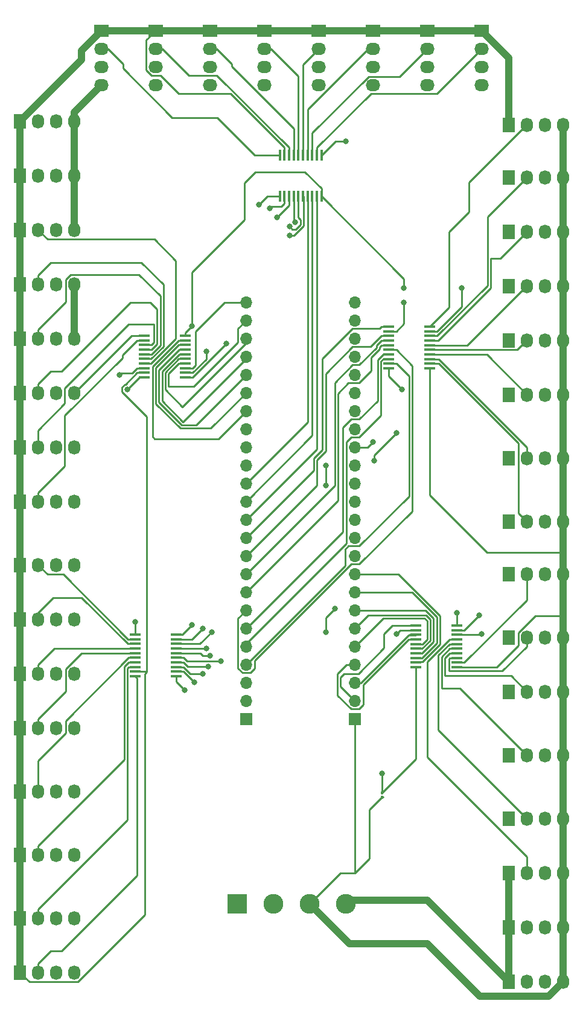
<source format=gbr>
%TF.GenerationSoftware,KiCad,Pcbnew,(5.1.8)-1*%
%TF.CreationDate,2021-02-28T20:57:03-06:00*%
%TF.ProjectId,CircuitBoard,43697263-7569-4744-926f-6172642e6b69,rev?*%
%TF.SameCoordinates,Original*%
%TF.FileFunction,Copper,L1,Top*%
%TF.FilePolarity,Positive*%
%FSLAX46Y46*%
G04 Gerber Fmt 4.6, Leading zero omitted, Abs format (unit mm)*
G04 Created by KiCad (PCBNEW (5.1.8)-1) date 2021-02-28 20:57:03*
%MOMM*%
%LPD*%
G01*
G04 APERTURE LIST*
%TA.AperFunction,SMDPad,CuDef*%
%ADD10R,1.570000X0.410000*%
%TD*%
%TA.AperFunction,SMDPad,CuDef*%
%ADD11R,0.410000X1.570000*%
%TD*%
%TA.AperFunction,ComponentPad*%
%ADD12C,2.780000*%
%TD*%
%TA.AperFunction,ComponentPad*%
%ADD13R,2.780000X2.780000*%
%TD*%
%TA.AperFunction,ComponentPad*%
%ADD14O,1.730000X2.030000*%
%TD*%
%TA.AperFunction,ComponentPad*%
%ADD15R,1.730000X2.030000*%
%TD*%
%TA.AperFunction,ComponentPad*%
%ADD16O,1.700000X1.700000*%
%TD*%
%TA.AperFunction,ComponentPad*%
%ADD17R,1.700000X1.700000*%
%TD*%
%TA.AperFunction,ComponentPad*%
%ADD18O,2.030000X1.730000*%
%TD*%
%TA.AperFunction,ComponentPad*%
%ADD19R,2.030000X1.730000*%
%TD*%
%TA.AperFunction,ViaPad*%
%ADD20C,0.800000*%
%TD*%
%TA.AperFunction,Conductor*%
%ADD21C,0.250000*%
%TD*%
%TA.AperFunction,Conductor*%
%ADD22C,1.016000*%
%TD*%
G04 APERTURE END LIST*
D10*
%TO.P,U5,20*%
%TO.N,Net-(J35-Pad2)*%
X105080000Y-95635000D03*
%TO.P,U5,19*%
%TO.N,Net-(J1-Pad1)*%
X105080000Y-94985000D03*
%TO.P,U5,18*%
%TO.N,Net-(J36-Pad2)*%
X105080000Y-94335000D03*
%TO.P,U5,17*%
%TO.N,Net-(J37-Pad2)*%
X105080000Y-93685000D03*
%TO.P,U5,16*%
%TO.N,Net-(J38-Pad2)*%
X105080000Y-93035000D03*
%TO.P,U5,15*%
%TO.N,Net-(J39-Pad2)*%
X105080000Y-92385000D03*
%TO.P,U5,14*%
%TO.N,Net-(J40-Pad2)*%
X105080000Y-91735000D03*
%TO.P,U5,13*%
%TO.N,Net-(J41-Pad2)*%
X105080000Y-91085000D03*
%TO.P,U5,12*%
%TO.N,Net-(J42-Pad2)*%
X105080000Y-90435000D03*
%TO.P,U5,11*%
%TO.N,Net-(J1-Pad4)*%
X105080000Y-89785000D03*
%TO.P,U5,10*%
%TO.N,Net-(R1-Pad2)*%
X110820000Y-89785000D03*
%TO.P,U5,9*%
%TO.N,Net-(J22-Pad18)*%
X110820000Y-90435000D03*
%TO.P,U5,8*%
%TO.N,Net-(J22-Pad19)*%
X110820000Y-91085000D03*
%TO.P,U5,7*%
%TO.N,Net-(J22-Pad20)*%
X110820000Y-91735000D03*
%TO.P,U5,6*%
%TO.N,Net-(J22-Pad21)*%
X110820000Y-92385000D03*
%TO.P,U5,5*%
%TO.N,Net-(J22-Pad22)*%
X110820000Y-93035000D03*
%TO.P,U5,4*%
%TO.N,Net-(J22-Pad23)*%
X110820000Y-93685000D03*
%TO.P,U5,3*%
%TO.N,Net-(J22-Pad24)*%
X110820000Y-94335000D03*
%TO.P,U5,2*%
%TO.N,Net-(J21-Pad15)*%
X110820000Y-94985000D03*
%TO.P,U5,1*%
%TO.N,Net-(J21-Pad24)*%
X110820000Y-95635000D03*
%TD*%
%TO.P,U4,20*%
%TO.N,Net-(J27-Pad2)*%
X103810000Y-137545000D03*
%TO.P,U4,19*%
%TO.N,Net-(J1-Pad1)*%
X103810000Y-136895000D03*
%TO.P,U4,18*%
%TO.N,Net-(J28-Pad2)*%
X103810000Y-136245000D03*
%TO.P,U4,17*%
%TO.N,Net-(J29-Pad2)*%
X103810000Y-135595000D03*
%TO.P,U4,16*%
%TO.N,Net-(J30-Pad2)*%
X103810000Y-134945000D03*
%TO.P,U4,15*%
%TO.N,Net-(J31-Pad2)*%
X103810000Y-134295000D03*
%TO.P,U4,14*%
%TO.N,Net-(J32-Pad2)*%
X103810000Y-133645000D03*
%TO.P,U4,13*%
%TO.N,Net-(J33-Pad2)*%
X103810000Y-132995000D03*
%TO.P,U4,12*%
%TO.N,Net-(J34-Pad2)*%
X103810000Y-132345000D03*
%TO.P,U4,11*%
%TO.N,Net-(J1-Pad4)*%
X103810000Y-131695000D03*
%TO.P,U4,10*%
%TO.N,Net-(R1-Pad2)*%
X109550000Y-131695000D03*
%TO.P,U4,9*%
%TO.N,Net-(J21-Pad23)*%
X109550000Y-132345000D03*
%TO.P,U4,8*%
%TO.N,Net-(J21-Pad22)*%
X109550000Y-132995000D03*
%TO.P,U4,7*%
%TO.N,Net-(J21-Pad21)*%
X109550000Y-133645000D03*
%TO.P,U4,6*%
%TO.N,Net-(J21-Pad20)*%
X109550000Y-134295000D03*
%TO.P,U4,5*%
%TO.N,Net-(J21-Pad19)*%
X109550000Y-134945000D03*
%TO.P,U4,4*%
%TO.N,Net-(J21-Pad18)*%
X109550000Y-135595000D03*
%TO.P,U4,3*%
%TO.N,Net-(J21-Pad17)*%
X109550000Y-136245000D03*
%TO.P,U4,2*%
%TO.N,Net-(J21-Pad15)*%
X109550000Y-136895000D03*
%TO.P,U4,1*%
%TO.N,Net-(J21-Pad16)*%
X109550000Y-137545000D03*
%TD*%
%TO.P,U3,20*%
%TO.N,Net-(J8-Pad2)*%
X145110000Y-88515000D03*
%TO.P,U3,19*%
%TO.N,Net-(J1-Pad1)*%
X145110000Y-89165000D03*
%TO.P,U3,18*%
%TO.N,Net-(J9-Pad2)*%
X145110000Y-89815000D03*
%TO.P,U3,17*%
%TO.N,Net-(J6-Pad2)*%
X145110000Y-90465000D03*
%TO.P,U3,16*%
%TO.N,Net-(J10-Pad2)*%
X145110000Y-91115000D03*
%TO.P,U3,15*%
%TO.N,Net-(J23-Pad2)*%
X145110000Y-91765000D03*
%TO.P,U3,14*%
%TO.N,Net-(J24-Pad2)*%
X145110000Y-92415000D03*
%TO.P,U3,13*%
%TO.N,Net-(J25-Pad2)*%
X145110000Y-93065000D03*
%TO.P,U3,12*%
%TO.N,Net-(J26-Pad2)*%
X145110000Y-93715000D03*
%TO.P,U3,11*%
%TO.N,Net-(J1-Pad4)*%
X145110000Y-94365000D03*
%TO.P,U3,10*%
%TO.N,Net-(R1-Pad2)*%
X139370000Y-94365000D03*
%TO.P,U3,9*%
%TO.N,Net-(J22-Pad4)*%
X139370000Y-93715000D03*
%TO.P,U3,8*%
%TO.N,Net-(J22-Pad5)*%
X139370000Y-93065000D03*
%TO.P,U3,7*%
%TO.N,Net-(J22-Pad6)*%
X139370000Y-92415000D03*
%TO.P,U3,6*%
%TO.N,Net-(J22-Pad7)*%
X139370000Y-91765000D03*
%TO.P,U3,5*%
%TO.N,Net-(J22-Pad8)*%
X139370000Y-91115000D03*
%TO.P,U3,4*%
%TO.N,Net-(J22-Pad9)*%
X139370000Y-90465000D03*
%TO.P,U3,3*%
%TO.N,Net-(J22-Pad10)*%
X139370000Y-89815000D03*
%TO.P,U3,2*%
%TO.N,Net-(J21-Pad15)*%
X139370000Y-89165000D03*
%TO.P,U3,1*%
%TO.N,Net-(J22-Pad11)*%
X139370000Y-88515000D03*
%TD*%
D11*
%TO.P,U2,20*%
%TO.N,Net-(J19-Pad2)*%
X124075000Y-64440000D03*
%TO.P,U2,19*%
%TO.N,Net-(J1-Pad1)*%
X124725000Y-64440000D03*
%TO.P,U2,18*%
%TO.N,Net-(J20-Pad2)*%
X125375000Y-64440000D03*
%TO.P,U2,17*%
%TO.N,Net-(J3-Pad2)*%
X126025000Y-64440000D03*
%TO.P,U2,16*%
%TO.N,Net-(J1-Pad2)*%
X126675000Y-64440000D03*
%TO.P,U2,15*%
%TO.N,Net-(J2-Pad2)*%
X127325000Y-64440000D03*
%TO.P,U2,14*%
%TO.N,Net-(J4-Pad2)*%
X127975000Y-64440000D03*
%TO.P,U2,13*%
%TO.N,Net-(J5-Pad2)*%
X128625000Y-64440000D03*
%TO.P,U2,12*%
%TO.N,Net-(J7-Pad2)*%
X129275000Y-64440000D03*
%TO.P,U2,11*%
%TO.N,Net-(J1-Pad4)*%
X129925000Y-64440000D03*
%TO.P,U2,10*%
%TO.N,Net-(R1-Pad2)*%
X129925000Y-70180000D03*
%TO.P,U2,9*%
%TO.N,Net-(J22-Pad12)*%
X129275000Y-70180000D03*
%TO.P,U2,8*%
%TO.N,Net-(J22-Pad13)*%
X128625000Y-70180000D03*
%TO.P,U2,7*%
%TO.N,Net-(J22-Pad14)*%
X127975000Y-70180000D03*
%TO.P,U2,6*%
%TO.N,Net-(J21-Pad14)*%
X127325000Y-70180000D03*
%TO.P,U2,5*%
%TO.N,Net-(J21-Pad13)*%
X126675000Y-70180000D03*
%TO.P,U2,4*%
%TO.N,Net-(J21-Pad12)*%
X126025000Y-70180000D03*
%TO.P,U2,3*%
%TO.N,Net-(J21-Pad11)*%
X125375000Y-70180000D03*
%TO.P,U2,2*%
%TO.N,Net-(J21-Pad15)*%
X124725000Y-70180000D03*
%TO.P,U2,1*%
%TO.N,Net-(J21-Pad10)*%
X124075000Y-70180000D03*
%TD*%
D10*
%TO.P,U1,20*%
%TO.N,Net-(J11-Pad2)*%
X148920000Y-130425000D03*
%TO.P,U1,19*%
%TO.N,Net-(J1-Pad1)*%
X148920000Y-131075000D03*
%TO.P,U1,18*%
%TO.N,Net-(J12-Pad2)*%
X148920000Y-131725000D03*
%TO.P,U1,17*%
%TO.N,Net-(J13-Pad2)*%
X148920000Y-132375000D03*
%TO.P,U1,16*%
%TO.N,Net-(J14-Pad2)*%
X148920000Y-133025000D03*
%TO.P,U1,15*%
%TO.N,Net-(J15-Pad2)*%
X148920000Y-133675000D03*
%TO.P,U1,14*%
%TO.N,Net-(J16-Pad2)*%
X148920000Y-134325000D03*
%TO.P,U1,13*%
%TO.N,Net-(J17-Pad2)*%
X148920000Y-134975000D03*
%TO.P,U1,12*%
%TO.N,Net-(J18-Pad2)*%
X148920000Y-135625000D03*
%TO.P,U1,11*%
%TO.N,Net-(J1-Pad4)*%
X148920000Y-136275000D03*
%TO.P,U1,10*%
%TO.N,Net-(R1-Pad2)*%
X143180000Y-136275000D03*
%TO.P,U1,9*%
%TO.N,Net-(J21-Pad9)*%
X143180000Y-135625000D03*
%TO.P,U1,8*%
%TO.N,Net-(J21-Pad8)*%
X143180000Y-134975000D03*
%TO.P,U1,7*%
%TO.N,Net-(J21-Pad7)*%
X143180000Y-134325000D03*
%TO.P,U1,6*%
%TO.N,Net-(J21-Pad6)*%
X143180000Y-133675000D03*
%TO.P,U1,5*%
%TO.N,Net-(J21-Pad5)*%
X143180000Y-133025000D03*
%TO.P,U1,4*%
%TO.N,Net-(J21-Pad4)*%
X143180000Y-132375000D03*
%TO.P,U1,3*%
%TO.N,Net-(J21-Pad3)*%
X143180000Y-131725000D03*
%TO.P,U1,2*%
%TO.N,Net-(J21-Pad15)*%
X143180000Y-131075000D03*
%TO.P,U1,1*%
%TO.N,Net-(J21-Pad2)*%
X143180000Y-130425000D03*
%TD*%
%TO.P,R1,2*%
%TO.N,Net-(R1-Pad2)*%
%TA.AperFunction,SMDPad,CuDef*%
G36*
G01*
X138530000Y-154088000D02*
X138330000Y-154088000D01*
G75*
G02*
X138230000Y-153988000I0J100000D01*
G01*
X138230000Y-153728000D01*
G75*
G02*
X138330000Y-153628000I100000J0D01*
G01*
X138530000Y-153628000D01*
G75*
G02*
X138630000Y-153728000I0J-100000D01*
G01*
X138630000Y-153988000D01*
G75*
G02*
X138530000Y-154088000I-100000J0D01*
G01*
G37*
%TD.AperFunction*%
%TO.P,R1,1*%
%TO.N,Net-(J1-Pad4)*%
%TA.AperFunction,SMDPad,CuDef*%
G36*
G01*
X138530000Y-154728000D02*
X138330000Y-154728000D01*
G75*
G02*
X138230000Y-154628000I0J100000D01*
G01*
X138230000Y-154368000D01*
G75*
G02*
X138330000Y-154268000I100000J0D01*
G01*
X138530000Y-154268000D01*
G75*
G02*
X138630000Y-154368000I0J-100000D01*
G01*
X138630000Y-154628000D01*
G75*
G02*
X138530000Y-154728000I-100000J0D01*
G01*
G37*
%TD.AperFunction*%
%TD*%
D12*
%TO.P,JMolex1,4*%
%TO.N,Net-(J1-Pad1)*%
X133350000Y-169418000D03*
%TO.P,JMolex1,3*%
%TO.N,Net-(J1-Pad4)*%
X128270000Y-169418000D03*
%TO.P,JMolex1,2*%
%TO.N,Net-(JMolex1-Pad2)*%
X123190000Y-169418000D03*
D13*
%TO.P,JMolex1,1*%
%TO.N,Net-(JMolex1-Pad1)*%
X118110000Y-169418000D03*
%TD*%
D14*
%TO.P,J42,4*%
%TO.N,Net-(J1-Pad4)*%
X95250000Y-113030000D03*
%TO.P,J42,3*%
%TO.N,Net-(J42-Pad3)*%
X92710000Y-113030000D03*
%TO.P,J42,2*%
%TO.N,Net-(J42-Pad2)*%
X90170000Y-113030000D03*
D15*
%TO.P,J42,1*%
%TO.N,Net-(J1-Pad1)*%
X87630000Y-113030000D03*
%TD*%
D14*
%TO.P,J41,4*%
%TO.N,Net-(J1-Pad4)*%
X95250000Y-105410000D03*
%TO.P,J41,3*%
%TO.N,Net-(J41-Pad3)*%
X92710000Y-105410000D03*
%TO.P,J41,2*%
%TO.N,Net-(J41-Pad2)*%
X90170000Y-105410000D03*
D15*
%TO.P,J41,1*%
%TO.N,Net-(J1-Pad1)*%
X87630000Y-105410000D03*
%TD*%
D14*
%TO.P,J40,4*%
%TO.N,Net-(J1-Pad4)*%
X95250000Y-97790000D03*
%TO.P,J40,3*%
%TO.N,Net-(J40-Pad3)*%
X92710000Y-97790000D03*
%TO.P,J40,2*%
%TO.N,Net-(J40-Pad2)*%
X90170000Y-97790000D03*
D15*
%TO.P,J40,1*%
%TO.N,Net-(J1-Pad1)*%
X87630000Y-97790000D03*
%TD*%
D14*
%TO.P,J39,4*%
%TO.N,Net-(J1-Pad4)*%
X95250000Y-90170000D03*
%TO.P,J39,3*%
%TO.N,Net-(J39-Pad3)*%
X92710000Y-90170000D03*
%TO.P,J39,2*%
%TO.N,Net-(J39-Pad2)*%
X90170000Y-90170000D03*
D15*
%TO.P,J39,1*%
%TO.N,Net-(J1-Pad1)*%
X87630000Y-90170000D03*
%TD*%
D14*
%TO.P,J38,4*%
%TO.N,Net-(J1-Pad4)*%
X95250000Y-82550000D03*
%TO.P,J38,3*%
%TO.N,Net-(J38-Pad3)*%
X92710000Y-82550000D03*
%TO.P,J38,2*%
%TO.N,Net-(J38-Pad2)*%
X90170000Y-82550000D03*
D15*
%TO.P,J38,1*%
%TO.N,Net-(J1-Pad1)*%
X87630000Y-82550000D03*
%TD*%
D14*
%TO.P,J37,4*%
%TO.N,Net-(J1-Pad4)*%
X95250000Y-74930000D03*
%TO.P,J37,3*%
%TO.N,Net-(J37-Pad3)*%
X92710000Y-74930000D03*
%TO.P,J37,2*%
%TO.N,Net-(J37-Pad2)*%
X90170000Y-74930000D03*
D15*
%TO.P,J37,1*%
%TO.N,Net-(J1-Pad1)*%
X87630000Y-74930000D03*
%TD*%
D14*
%TO.P,J36,4*%
%TO.N,Net-(J1-Pad4)*%
X95250000Y-67310000D03*
%TO.P,J36,3*%
%TO.N,Net-(J36-Pad3)*%
X92710000Y-67310000D03*
%TO.P,J36,2*%
%TO.N,Net-(J36-Pad2)*%
X90170000Y-67310000D03*
D15*
%TO.P,J36,1*%
%TO.N,Net-(J1-Pad1)*%
X87630000Y-67310000D03*
%TD*%
D14*
%TO.P,J35,4*%
%TO.N,Net-(J1-Pad4)*%
X95250000Y-59690000D03*
%TO.P,J35,3*%
%TO.N,Net-(J35-Pad3)*%
X92710000Y-59690000D03*
%TO.P,J35,2*%
%TO.N,Net-(J35-Pad2)*%
X90170000Y-59690000D03*
D15*
%TO.P,J35,1*%
%TO.N,Net-(J1-Pad1)*%
X87630000Y-59690000D03*
%TD*%
D14*
%TO.P,J34,4*%
%TO.N,Net-(J1-Pad4)*%
X95250000Y-121920000D03*
%TO.P,J34,3*%
%TO.N,Net-(J34-Pad3)*%
X92710000Y-121920000D03*
%TO.P,J34,2*%
%TO.N,Net-(J34-Pad2)*%
X90170000Y-121920000D03*
D15*
%TO.P,J34,1*%
%TO.N,Net-(J1-Pad1)*%
X87630000Y-121920000D03*
%TD*%
D14*
%TO.P,J33,4*%
%TO.N,Net-(J1-Pad4)*%
X95250000Y-129540000D03*
%TO.P,J33,3*%
%TO.N,Net-(J33-Pad3)*%
X92710000Y-129540000D03*
%TO.P,J33,2*%
%TO.N,Net-(J33-Pad2)*%
X90170000Y-129540000D03*
D15*
%TO.P,J33,1*%
%TO.N,Net-(J1-Pad1)*%
X87630000Y-129540000D03*
%TD*%
D14*
%TO.P,J32,4*%
%TO.N,Net-(J1-Pad4)*%
X95250000Y-137160000D03*
%TO.P,J32,3*%
%TO.N,Net-(J32-Pad3)*%
X92710000Y-137160000D03*
%TO.P,J32,2*%
%TO.N,Net-(J32-Pad2)*%
X90170000Y-137160000D03*
D15*
%TO.P,J32,1*%
%TO.N,Net-(J1-Pad1)*%
X87630000Y-137160000D03*
%TD*%
D14*
%TO.P,J31,4*%
%TO.N,Net-(J1-Pad4)*%
X95250000Y-144780000D03*
%TO.P,J31,3*%
%TO.N,Net-(J31-Pad3)*%
X92710000Y-144780000D03*
%TO.P,J31,2*%
%TO.N,Net-(J31-Pad2)*%
X90170000Y-144780000D03*
D15*
%TO.P,J31,1*%
%TO.N,Net-(J1-Pad1)*%
X87630000Y-144780000D03*
%TD*%
D14*
%TO.P,J30,4*%
%TO.N,Net-(J1-Pad4)*%
X95250000Y-153670000D03*
%TO.P,J30,3*%
%TO.N,Net-(J30-Pad3)*%
X92710000Y-153670000D03*
%TO.P,J30,2*%
%TO.N,Net-(J30-Pad2)*%
X90170000Y-153670000D03*
D15*
%TO.P,J30,1*%
%TO.N,Net-(J1-Pad1)*%
X87630000Y-153670000D03*
%TD*%
D14*
%TO.P,J29,4*%
%TO.N,Net-(J1-Pad4)*%
X95250000Y-162560000D03*
%TO.P,J29,3*%
%TO.N,Net-(J29-Pad3)*%
X92710000Y-162560000D03*
%TO.P,J29,2*%
%TO.N,Net-(J29-Pad2)*%
X90170000Y-162560000D03*
D15*
%TO.P,J29,1*%
%TO.N,Net-(J1-Pad1)*%
X87630000Y-162560000D03*
%TD*%
D14*
%TO.P,J28,4*%
%TO.N,Net-(J1-Pad4)*%
X95250000Y-171450000D03*
%TO.P,J28,3*%
%TO.N,Net-(J28-Pad3)*%
X92710000Y-171450000D03*
%TO.P,J28,2*%
%TO.N,Net-(J28-Pad2)*%
X90170000Y-171450000D03*
D15*
%TO.P,J28,1*%
%TO.N,Net-(J1-Pad1)*%
X87630000Y-171450000D03*
%TD*%
D14*
%TO.P,J27,4*%
%TO.N,Net-(J1-Pad4)*%
X95250000Y-179070000D03*
%TO.P,J27,3*%
%TO.N,Net-(J27-Pad3)*%
X92710000Y-179070000D03*
%TO.P,J27,2*%
%TO.N,Net-(J27-Pad2)*%
X90170000Y-179070000D03*
D15*
%TO.P,J27,1*%
%TO.N,Net-(J1-Pad1)*%
X87630000Y-179070000D03*
%TD*%
D14*
%TO.P,J26,4*%
%TO.N,Net-(J1-Pad4)*%
X163830000Y-115824000D03*
%TO.P,J26,3*%
%TO.N,Net-(J26-Pad3)*%
X161290000Y-115824000D03*
%TO.P,J26,2*%
%TO.N,Net-(J26-Pad2)*%
X158750000Y-115824000D03*
D15*
%TO.P,J26,1*%
%TO.N,Net-(J1-Pad1)*%
X156210000Y-115824000D03*
%TD*%
D14*
%TO.P,J25,4*%
%TO.N,Net-(J1-Pad4)*%
X163830000Y-106934000D03*
%TO.P,J25,3*%
%TO.N,Net-(J25-Pad3)*%
X161290000Y-106934000D03*
%TO.P,J25,2*%
%TO.N,Net-(J25-Pad2)*%
X158750000Y-106934000D03*
D15*
%TO.P,J25,1*%
%TO.N,Net-(J1-Pad1)*%
X156210000Y-106934000D03*
%TD*%
D14*
%TO.P,J24,4*%
%TO.N,Net-(J1-Pad4)*%
X163830000Y-98044000D03*
%TO.P,J24,3*%
%TO.N,Net-(J24-Pad3)*%
X161290000Y-98044000D03*
%TO.P,J24,2*%
%TO.N,Net-(J24-Pad2)*%
X158750000Y-98044000D03*
D15*
%TO.P,J24,1*%
%TO.N,Net-(J1-Pad1)*%
X156210000Y-98044000D03*
%TD*%
D14*
%TO.P,J23,4*%
%TO.N,Net-(J1-Pad4)*%
X163830000Y-90424000D03*
%TO.P,J23,3*%
%TO.N,Net-(J23-Pad3)*%
X161290000Y-90424000D03*
%TO.P,J23,2*%
%TO.N,Net-(J23-Pad2)*%
X158750000Y-90424000D03*
D15*
%TO.P,J23,1*%
%TO.N,Net-(J1-Pad1)*%
X156210000Y-90424000D03*
%TD*%
D16*
%TO.P,J22,24*%
%TO.N,Net-(J22-Pad24)*%
X119380000Y-85090000D03*
%TO.P,J22,23*%
%TO.N,Net-(J22-Pad23)*%
X119380000Y-87630000D03*
%TO.P,J22,22*%
%TO.N,Net-(J22-Pad22)*%
X119380000Y-90170000D03*
%TO.P,J22,21*%
%TO.N,Net-(J22-Pad21)*%
X119380000Y-92710000D03*
%TO.P,J22,20*%
%TO.N,Net-(J22-Pad20)*%
X119380000Y-95250000D03*
%TO.P,J22,19*%
%TO.N,Net-(J22-Pad19)*%
X119380000Y-97790000D03*
%TO.P,J22,18*%
%TO.N,Net-(J22-Pad18)*%
X119380000Y-100330000D03*
%TO.P,J22,17*%
%TO.N,Net-(J22-Pad17)*%
X119380000Y-102870000D03*
%TO.P,J22,16*%
%TO.N,Net-(J22-Pad16)*%
X119380000Y-105410000D03*
%TO.P,J22,15*%
%TO.N,Net-(J22-Pad15)*%
X119380000Y-107950000D03*
%TO.P,J22,14*%
%TO.N,Net-(J22-Pad14)*%
X119380000Y-110490000D03*
%TO.P,J22,13*%
%TO.N,Net-(J22-Pad13)*%
X119380000Y-113030000D03*
%TO.P,J22,12*%
%TO.N,Net-(J22-Pad12)*%
X119380000Y-115570000D03*
%TO.P,J22,11*%
%TO.N,Net-(J22-Pad11)*%
X119380000Y-118110000D03*
%TO.P,J22,10*%
%TO.N,Net-(J22-Pad10)*%
X119380000Y-120650000D03*
%TO.P,J22,9*%
%TO.N,Net-(J22-Pad9)*%
X119380000Y-123190000D03*
%TO.P,J22,8*%
%TO.N,Net-(J22-Pad8)*%
X119380000Y-125730000D03*
%TO.P,J22,7*%
%TO.N,Net-(J22-Pad7)*%
X119380000Y-128270000D03*
%TO.P,J22,6*%
%TO.N,Net-(J22-Pad6)*%
X119380000Y-130810000D03*
%TO.P,J22,5*%
%TO.N,Net-(J22-Pad5)*%
X119380000Y-133350000D03*
%TO.P,J22,4*%
%TO.N,Net-(J22-Pad4)*%
X119380000Y-135890000D03*
%TO.P,J22,3*%
%TO.N,Net-(J22-Pad3)*%
X119380000Y-138430000D03*
%TO.P,J22,2*%
%TO.N,Net-(J22-Pad2)*%
X119380000Y-140970000D03*
D17*
%TO.P,J22,1*%
%TO.N,Net-(J22-Pad1)*%
X119380000Y-143510000D03*
%TD*%
D16*
%TO.P,J21,24*%
%TO.N,Net-(J21-Pad24)*%
X134620000Y-85090000D03*
%TO.P,J21,23*%
%TO.N,Net-(J21-Pad23)*%
X134620000Y-87630000D03*
%TO.P,J21,22*%
%TO.N,Net-(J21-Pad22)*%
X134620000Y-90170000D03*
%TO.P,J21,21*%
%TO.N,Net-(J21-Pad21)*%
X134620000Y-92710000D03*
%TO.P,J21,20*%
%TO.N,Net-(J21-Pad20)*%
X134620000Y-95250000D03*
%TO.P,J21,19*%
%TO.N,Net-(J21-Pad19)*%
X134620000Y-97790000D03*
%TO.P,J21,18*%
%TO.N,Net-(J21-Pad18)*%
X134620000Y-100330000D03*
%TO.P,J21,17*%
%TO.N,Net-(J21-Pad17)*%
X134620000Y-102870000D03*
%TO.P,J21,16*%
%TO.N,Net-(J21-Pad16)*%
X134620000Y-105410000D03*
%TO.P,J21,15*%
%TO.N,Net-(J21-Pad15)*%
X134620000Y-107950000D03*
%TO.P,J21,14*%
%TO.N,Net-(J21-Pad14)*%
X134620000Y-110490000D03*
%TO.P,J21,13*%
%TO.N,Net-(J21-Pad13)*%
X134620000Y-113030000D03*
%TO.P,J21,12*%
%TO.N,Net-(J21-Pad12)*%
X134620000Y-115570000D03*
%TO.P,J21,11*%
%TO.N,Net-(J21-Pad11)*%
X134620000Y-118110000D03*
%TO.P,J21,10*%
%TO.N,Net-(J21-Pad10)*%
X134620000Y-120650000D03*
%TO.P,J21,9*%
%TO.N,Net-(J21-Pad9)*%
X134620000Y-123190000D03*
%TO.P,J21,8*%
%TO.N,Net-(J21-Pad8)*%
X134620000Y-125730000D03*
%TO.P,J21,7*%
%TO.N,Net-(J21-Pad7)*%
X134620000Y-128270000D03*
%TO.P,J21,6*%
%TO.N,Net-(J21-Pad6)*%
X134620000Y-130810000D03*
%TO.P,J21,5*%
%TO.N,Net-(J21-Pad5)*%
X134620000Y-133350000D03*
%TO.P,J21,4*%
%TO.N,Net-(J21-Pad4)*%
X134620000Y-135890000D03*
%TO.P,J21,3*%
%TO.N,Net-(J21-Pad3)*%
X134620000Y-138430000D03*
%TO.P,J21,2*%
%TO.N,Net-(J21-Pad2)*%
X134620000Y-140970000D03*
D17*
%TO.P,J21,1*%
%TO.N,Net-(J1-Pad4)*%
X134620000Y-143510000D03*
%TD*%
D18*
%TO.P,J20,4*%
%TO.N,Net-(J1-Pad4)*%
X106680000Y-54610000D03*
%TO.P,J20,3*%
%TO.N,Net-(J20-Pad3)*%
X106680000Y-52070000D03*
%TO.P,J20,2*%
%TO.N,Net-(J20-Pad2)*%
X106680000Y-49530000D03*
D19*
%TO.P,J20,1*%
%TO.N,Net-(J1-Pad1)*%
X106680000Y-46990000D03*
%TD*%
D18*
%TO.P,J19,4*%
%TO.N,Net-(J1-Pad4)*%
X99060000Y-54610000D03*
%TO.P,J19,3*%
%TO.N,Net-(J19-Pad3)*%
X99060000Y-52070000D03*
%TO.P,J19,2*%
%TO.N,Net-(J19-Pad2)*%
X99060000Y-49530000D03*
D19*
%TO.P,J19,1*%
%TO.N,Net-(J1-Pad1)*%
X99060000Y-46990000D03*
%TD*%
D14*
%TO.P,J18,4*%
%TO.N,Net-(J1-Pad4)*%
X163830000Y-123190000D03*
%TO.P,J18,3*%
%TO.N,Net-(J18-Pad3)*%
X161290000Y-123190000D03*
%TO.P,J18,2*%
%TO.N,Net-(J18-Pad2)*%
X158750000Y-123190000D03*
D15*
%TO.P,J18,1*%
%TO.N,Net-(J1-Pad1)*%
X156210000Y-123190000D03*
%TD*%
D14*
%TO.P,J17,4*%
%TO.N,Net-(J1-Pad4)*%
X163830000Y-132080000D03*
%TO.P,J17,3*%
%TO.N,Net-(J17-Pad3)*%
X161290000Y-132080000D03*
%TO.P,J17,2*%
%TO.N,Net-(J17-Pad2)*%
X158750000Y-132080000D03*
D15*
%TO.P,J17,1*%
%TO.N,Net-(J1-Pad1)*%
X156210000Y-132080000D03*
%TD*%
D14*
%TO.P,J16,4*%
%TO.N,Net-(J1-Pad4)*%
X163830000Y-139700000D03*
%TO.P,J16,3*%
%TO.N,Net-(J16-Pad3)*%
X161290000Y-139700000D03*
%TO.P,J16,2*%
%TO.N,Net-(J16-Pad2)*%
X158750000Y-139700000D03*
D15*
%TO.P,J16,1*%
%TO.N,Net-(J1-Pad1)*%
X156210000Y-139700000D03*
%TD*%
D14*
%TO.P,J15,4*%
%TO.N,Net-(J1-Pad4)*%
X163830000Y-148590000D03*
%TO.P,J15,3*%
%TO.N,Net-(J15-Pad3)*%
X161290000Y-148590000D03*
%TO.P,J15,2*%
%TO.N,Net-(J15-Pad2)*%
X158750000Y-148590000D03*
D15*
%TO.P,J15,1*%
%TO.N,Net-(J1-Pad1)*%
X156210000Y-148590000D03*
%TD*%
D14*
%TO.P,J14,4*%
%TO.N,Net-(J1-Pad4)*%
X163830000Y-157480000D03*
%TO.P,J14,3*%
%TO.N,Net-(J14-Pad3)*%
X161290000Y-157480000D03*
%TO.P,J14,2*%
%TO.N,Net-(J14-Pad2)*%
X158750000Y-157480000D03*
D15*
%TO.P,J14,1*%
%TO.N,Net-(J1-Pad1)*%
X156210000Y-157480000D03*
%TD*%
D14*
%TO.P,J13,4*%
%TO.N,Net-(J1-Pad4)*%
X163830000Y-165100000D03*
%TO.P,J13,3*%
%TO.N,Net-(J13-Pad3)*%
X161290000Y-165100000D03*
%TO.P,J13,2*%
%TO.N,Net-(J13-Pad2)*%
X158750000Y-165100000D03*
D15*
%TO.P,J13,1*%
%TO.N,Net-(J1-Pad1)*%
X156210000Y-165100000D03*
%TD*%
D14*
%TO.P,J12,4*%
%TO.N,Net-(J1-Pad4)*%
X163830000Y-172720000D03*
%TO.P,J12,3*%
%TO.N,Net-(J12-Pad3)*%
X161290000Y-172720000D03*
%TO.P,J12,2*%
%TO.N,Net-(J12-Pad2)*%
X158750000Y-172720000D03*
D15*
%TO.P,J12,1*%
%TO.N,Net-(J1-Pad1)*%
X156210000Y-172720000D03*
%TD*%
D14*
%TO.P,J11,4*%
%TO.N,Net-(J1-Pad4)*%
X163830000Y-180340000D03*
%TO.P,J11,3*%
%TO.N,Net-(J11-Pad3)*%
X161290000Y-180340000D03*
%TO.P,J11,2*%
%TO.N,Net-(J11-Pad2)*%
X158750000Y-180340000D03*
D15*
%TO.P,J11,1*%
%TO.N,Net-(J1-Pad1)*%
X156210000Y-180340000D03*
%TD*%
D14*
%TO.P,J10,4*%
%TO.N,Net-(J1-Pad4)*%
X163830000Y-82804000D03*
%TO.P,J10,3*%
%TO.N,Net-(J10-Pad3)*%
X161290000Y-82804000D03*
%TO.P,J10,2*%
%TO.N,Net-(J10-Pad2)*%
X158750000Y-82804000D03*
D15*
%TO.P,J10,1*%
%TO.N,Net-(J1-Pad1)*%
X156210000Y-82804000D03*
%TD*%
D14*
%TO.P,J9,4*%
%TO.N,Net-(J1-Pad4)*%
X163830000Y-67564000D03*
%TO.P,J9,3*%
%TO.N,Net-(J9-Pad3)*%
X161290000Y-67564000D03*
%TO.P,J9,2*%
%TO.N,Net-(J9-Pad2)*%
X158750000Y-67564000D03*
D15*
%TO.P,J9,1*%
%TO.N,Net-(J1-Pad1)*%
X156210000Y-67564000D03*
%TD*%
D14*
%TO.P,J8,4*%
%TO.N,Net-(J1-Pad4)*%
X163830000Y-60198000D03*
%TO.P,J8,3*%
%TO.N,Net-(J8-Pad3)*%
X161290000Y-60198000D03*
%TO.P,J8,2*%
%TO.N,Net-(J8-Pad2)*%
X158750000Y-60198000D03*
D15*
%TO.P,J8,1*%
%TO.N,Net-(J1-Pad1)*%
X156210000Y-60198000D03*
%TD*%
D18*
%TO.P,J7,4*%
%TO.N,Net-(J1-Pad4)*%
X152400000Y-54610000D03*
%TO.P,J7,3*%
%TO.N,Net-(J7-Pad3)*%
X152400000Y-52070000D03*
%TO.P,J7,2*%
%TO.N,Net-(J7-Pad2)*%
X152400000Y-49530000D03*
D19*
%TO.P,J7,1*%
%TO.N,Net-(J1-Pad1)*%
X152400000Y-46990000D03*
%TD*%
D14*
%TO.P,J6,4*%
%TO.N,Net-(J1-Pad4)*%
X163830000Y-75184000D03*
%TO.P,J6,3*%
%TO.N,Net-(J6-Pad3)*%
X161290000Y-75184000D03*
%TO.P,J6,2*%
%TO.N,Net-(J6-Pad2)*%
X158750000Y-75184000D03*
D15*
%TO.P,J6,1*%
%TO.N,Net-(J1-Pad1)*%
X156210000Y-75184000D03*
%TD*%
D18*
%TO.P,J5,4*%
%TO.N,Net-(J1-Pad4)*%
X144780000Y-54610000D03*
%TO.P,J5,3*%
%TO.N,Net-(J5-Pad3)*%
X144780000Y-52070000D03*
%TO.P,J5,2*%
%TO.N,Net-(J5-Pad2)*%
X144780000Y-49530000D03*
D19*
%TO.P,J5,1*%
%TO.N,Net-(J1-Pad1)*%
X144780000Y-46990000D03*
%TD*%
D18*
%TO.P,J4,4*%
%TO.N,Net-(J1-Pad4)*%
X137160000Y-54610000D03*
%TO.P,J4,3*%
%TO.N,Net-(J4-Pad3)*%
X137160000Y-52070000D03*
%TO.P,J4,2*%
%TO.N,Net-(J4-Pad2)*%
X137160000Y-49530000D03*
D19*
%TO.P,J4,1*%
%TO.N,Net-(J1-Pad1)*%
X137160000Y-46990000D03*
%TD*%
D18*
%TO.P,J3,4*%
%TO.N,Net-(J1-Pad4)*%
X114300000Y-54610000D03*
%TO.P,J3,3*%
%TO.N,Net-(J3-Pad3)*%
X114300000Y-52070000D03*
%TO.P,J3,2*%
%TO.N,Net-(J3-Pad2)*%
X114300000Y-49530000D03*
D19*
%TO.P,J3,1*%
%TO.N,Net-(J1-Pad1)*%
X114300000Y-46990000D03*
%TD*%
D18*
%TO.P,J2,4*%
%TO.N,Net-(J1-Pad4)*%
X129540000Y-54610000D03*
%TO.P,J2,3*%
%TO.N,Net-(J2-Pad3)*%
X129540000Y-52070000D03*
%TO.P,J2,2*%
%TO.N,Net-(J2-Pad2)*%
X129540000Y-49530000D03*
D19*
%TO.P,J2,1*%
%TO.N,Net-(J1-Pad1)*%
X129540000Y-46990000D03*
%TD*%
D18*
%TO.P,J1,4*%
%TO.N,Net-(J1-Pad4)*%
X121920000Y-54610000D03*
%TO.P,J1,3*%
%TO.N,Net-(J1-Pad3)*%
X121920000Y-52070000D03*
%TO.P,J1,2*%
%TO.N,Net-(J1-Pad2)*%
X121920000Y-49530000D03*
D19*
%TO.P,J1,1*%
%TO.N,Net-(J1-Pad1)*%
X121920000Y-46990000D03*
%TD*%
D20*
%TO.N,Net-(J1-Pad4)*%
X133350000Y-62484000D03*
X103810000Y-129870000D03*
%TO.N,Net-(J1-Pad1)*%
X149606000Y-83058000D03*
X152072000Y-128958000D03*
%TO.N,Net-(J11-Pad2)*%
X148920000Y-128600000D03*
%TO.N,Net-(J12-Pad2)*%
X152400000Y-131572000D03*
%TO.N,Net-(J21-Pad24)*%
X116572000Y-90918000D03*
%TO.N,Net-(J21-Pad23)*%
X113284000Y-130810000D03*
%TO.N,Net-(J21-Pad22)*%
X114554000Y-131318000D03*
%TO.N,Net-(J21-Pad21)*%
X113751000Y-133645000D03*
%TO.N,Net-(J21-Pad20)*%
X114300000Y-134620000D03*
%TO.N,Net-(J21-Pad19)*%
X115824000Y-135382000D03*
%TO.N,Net-(J21-Pad18)*%
X114046000Y-136144000D03*
%TO.N,Net-(J21-Pad17)*%
X113284000Y-137160000D03*
%TO.N,Net-(J21-Pad16)*%
X110744000Y-139446000D03*
X137160000Y-104648000D03*
X130556000Y-131318000D03*
X131826000Y-128016000D03*
X130556000Y-110744000D03*
X130556000Y-107950000D03*
%TO.N,Net-(J21-Pad15)*%
X112067000Y-138377000D03*
X122682000Y-71882000D03*
X113792000Y-91948000D03*
X141478000Y-85090000D03*
X137287000Y-107315000D03*
X140462000Y-103378000D03*
X140462000Y-131572000D03*
%TO.N,Net-(J21-Pad14)*%
X125476000Y-75692000D03*
%TO.N,Net-(J21-Pad13)*%
X125417177Y-74467425D03*
%TO.N,Net-(J21-Pad12)*%
X126224291Y-73877010D03*
%TO.N,Net-(J21-Pad11)*%
X123698000Y-73152000D03*
%TO.N,Net-(J21-Pad10)*%
X121158000Y-71374000D03*
%TO.N,Net-(J35-Pad2)*%
X102652999Y-97336610D03*
%TO.N,Net-(J36-Pad2)*%
X101600000Y-95250000D03*
%TO.N,Net-(R1-Pad2)*%
X111760000Y-130302000D03*
X138430000Y-151130000D03*
X111760000Y-88392000D03*
X141224000Y-97282000D03*
X141478000Y-83058000D03*
%TD*%
D21*
%TO.N,Net-(J1-Pad4)*%
X138621058Y-154498000D02*
X138430000Y-154498000D01*
X134620000Y-143510000D02*
X134620000Y-165100000D01*
D22*
X163830000Y-172720000D02*
X163830000Y-180340000D01*
X163830000Y-172720000D02*
X163830000Y-165100000D01*
X163830000Y-165100000D02*
X163830000Y-157480000D01*
X163830000Y-157480000D02*
X163830000Y-148590000D01*
X163830000Y-148590000D02*
X163830000Y-139700000D01*
X163830000Y-139700000D02*
X163830000Y-132080000D01*
X163830000Y-115824000D02*
X163830000Y-106934000D01*
X163830000Y-106934000D02*
X163830000Y-98044000D01*
X163830000Y-98044000D02*
X163830000Y-90424000D01*
X163830000Y-90424000D02*
X163830000Y-82804000D01*
X163830000Y-82804000D02*
X163830000Y-75184000D01*
X163830000Y-75184000D02*
X163830000Y-67564000D01*
X163830000Y-67564000D02*
X163830000Y-60198000D01*
X95250000Y-90170000D02*
X95250000Y-82550000D01*
X95250000Y-74930000D02*
X95250000Y-67310000D01*
X95250000Y-67310000D02*
X95250000Y-59690000D01*
X95250000Y-58420000D02*
X99060000Y-54610000D01*
X95250000Y-59690000D02*
X95250000Y-58420000D01*
D21*
X131881000Y-62484000D02*
X129925000Y-64440000D01*
X133350000Y-62484000D02*
X131881000Y-62484000D01*
X103810000Y-131695000D02*
X103810000Y-129870000D01*
X103810000Y-129870000D02*
X103810000Y-129870000D01*
X145110000Y-94365000D02*
X145110000Y-112090000D01*
X153162000Y-120142000D02*
X163830000Y-120142000D01*
X145110000Y-112090000D02*
X153162000Y-120142000D01*
D22*
X163830000Y-120142000D02*
X163830000Y-115824000D01*
X163830000Y-123190000D02*
X163830000Y-120142000D01*
D21*
X157559990Y-131437082D02*
X159952073Y-129044999D01*
X157559990Y-133195012D02*
X157559990Y-131437082D01*
X154480002Y-136275000D02*
X157559990Y-133195012D01*
X159952073Y-129044999D02*
X163588999Y-129044999D01*
X163588999Y-129044999D02*
X163830000Y-129286000D01*
X148920000Y-136275000D02*
X154480002Y-136275000D01*
D22*
X163830000Y-132080000D02*
X163830000Y-129286000D01*
X163830000Y-129286000D02*
X163830000Y-123190000D01*
D21*
X103255000Y-89785000D02*
X95250000Y-97790000D01*
X105080000Y-89785000D02*
X103255000Y-89785000D01*
X132588000Y-165100000D02*
X128270000Y-169418000D01*
X134620000Y-165100000D02*
X132588000Y-165100000D01*
D22*
X133858000Y-175006000D02*
X128270000Y-169418000D01*
X144780000Y-175006000D02*
X133858000Y-175006000D01*
X152146000Y-182372000D02*
X144780000Y-175006000D01*
X161798000Y-182372000D02*
X152146000Y-182372000D01*
X163830000Y-180340000D02*
X161798000Y-182372000D01*
D21*
X136652000Y-163068000D02*
X134620000Y-165100000D01*
X136652000Y-156276000D02*
X136652000Y-163068000D01*
X138430000Y-154498000D02*
X136652000Y-156276000D01*
%TO.N,Net-(J1-Pad2)*%
X126675000Y-53369998D02*
X122835002Y-49530000D01*
X122835002Y-49530000D02*
X121920000Y-49530000D01*
X126675000Y-64440000D02*
X126675000Y-53369998D01*
D22*
%TO.N,Net-(J1-Pad1)*%
X156210000Y-50800000D02*
X152400000Y-46990000D01*
X156210000Y-60198000D02*
X156210000Y-50800000D01*
X152400000Y-46990000D02*
X144780000Y-46990000D01*
X144780000Y-46990000D02*
X137160000Y-46990000D01*
X137160000Y-46990000D02*
X129540000Y-46990000D01*
X129540000Y-46990000D02*
X121920000Y-46990000D01*
X121920000Y-46990000D02*
X114300000Y-46990000D01*
X114300000Y-46990000D02*
X106680000Y-46990000D01*
X106680000Y-46990000D02*
X99060000Y-46990000D01*
X87630000Y-59690000D02*
X87630000Y-67310000D01*
X87630000Y-67310000D02*
X87630000Y-74930000D01*
X87630000Y-74930000D02*
X87630000Y-82550000D01*
X87630000Y-82550000D02*
X87630000Y-90170000D01*
X87630000Y-90170000D02*
X87630000Y-97790000D01*
X87630000Y-97790000D02*
X87630000Y-105410000D01*
X87630000Y-105410000D02*
X87630000Y-113030000D01*
X87630000Y-113030000D02*
X87630000Y-121920000D01*
X87630000Y-121920000D02*
X87630000Y-129540000D01*
X87630000Y-129540000D02*
X87630000Y-137160000D01*
X87630000Y-137160000D02*
X87630000Y-144780000D01*
X87630000Y-144780000D02*
X87630000Y-153670000D01*
X87630000Y-153670000D02*
X87630000Y-162560000D01*
X87630000Y-162560000D02*
X87630000Y-171450000D01*
X87630000Y-171450000D02*
X87630000Y-179070000D01*
X144780000Y-168910000D02*
X156210000Y-180340000D01*
X156210000Y-180340000D02*
X156210000Y-172720000D01*
X156210000Y-172720000D02*
X156210000Y-165100000D01*
D21*
X105339990Y-48330010D02*
X106680000Y-46990000D01*
X105339990Y-52562918D02*
X105339990Y-48330010D01*
X107362010Y-53260010D02*
X106037082Y-53260010D01*
X109902010Y-55800010D02*
X107362010Y-53260010D01*
X106037082Y-53260010D02*
X105339990Y-52562918D01*
X117120010Y-55800010D02*
X109902010Y-55800010D01*
X124725000Y-63405000D02*
X117120010Y-55800010D01*
X124725000Y-64440000D02*
X124725000Y-63405000D01*
X146145000Y-89165000D02*
X149606000Y-85704000D01*
X145110000Y-89165000D02*
X146145000Y-89165000D01*
X149606000Y-85704000D02*
X149606000Y-83058000D01*
X149606000Y-83058000D02*
X149606000Y-83058000D01*
X149955000Y-131075000D02*
X152072000Y-128958000D01*
X148920000Y-131075000D02*
X149955000Y-131075000D01*
X152072000Y-128958000D02*
X152146000Y-128884000D01*
D22*
X133858000Y-168910000D02*
X133350000Y-169418000D01*
X144780000Y-168910000D02*
X133858000Y-168910000D01*
X99060000Y-46990000D02*
X96266000Y-49784000D01*
X94996000Y-52324000D02*
X87630000Y-59690000D01*
X96266000Y-51054000D02*
X94996000Y-52324000D01*
X96266000Y-49784000D02*
X96266000Y-51054000D01*
D21*
X102304998Y-96611609D02*
X102418391Y-96611609D01*
X105410000Y-101166613D02*
X101927998Y-97684611D01*
X102418391Y-96611609D02*
X104045000Y-94985000D01*
X105410000Y-136906000D02*
X105410000Y-101166613D01*
X101927998Y-96988609D02*
X102304998Y-96611609D01*
X105156000Y-137160000D02*
X105410000Y-136906000D01*
X101927998Y-97684611D02*
X101927998Y-96988609D01*
X105156000Y-170996928D02*
X105156000Y-137160000D01*
X95742918Y-180410010D02*
X105156000Y-170996928D01*
X88970010Y-180410010D02*
X95742918Y-180410010D01*
X104045000Y-94985000D02*
X105080000Y-94985000D01*
X87630000Y-179070000D02*
X88970010Y-180410010D01*
X105399000Y-136895000D02*
X105410000Y-136906000D01*
X103810000Y-136895000D02*
X105399000Y-136895000D01*
%TO.N,Net-(J2-Pad2)*%
X127325000Y-51745000D02*
X129540000Y-49530000D01*
X127325000Y-64440000D02*
X127325000Y-51745000D01*
%TO.N,Net-(J3-Pad2)*%
X115215002Y-49530000D02*
X114300000Y-49530000D01*
X117335001Y-52057001D02*
X117335001Y-51649999D01*
X117335001Y-51649999D02*
X115215002Y-49530000D01*
X126025000Y-60747000D02*
X117335001Y-52057001D01*
X126025000Y-64440000D02*
X126025000Y-60747000D01*
%TO.N,Net-(J4-Pad2)*%
X127975000Y-58007928D02*
X136452928Y-49530000D01*
X136452928Y-49530000D02*
X137160000Y-49530000D01*
X127975000Y-64440000D02*
X127975000Y-58007928D01*
%TO.N,Net-(J5-Pad2)*%
X128625000Y-64440000D02*
X128625000Y-61312072D01*
X128625000Y-61312072D02*
X136517082Y-53419990D01*
X136517082Y-53419990D02*
X140890010Y-53419990D01*
X140890010Y-53419990D02*
X144780000Y-49530000D01*
%TO.N,Net-(J6-Pad2)*%
X155019999Y-78914001D02*
X158750000Y-75184000D01*
X153670000Y-78914001D02*
X155019999Y-78914001D01*
X153670000Y-83058000D02*
X153670000Y-78914001D01*
X146263000Y-90465000D02*
X153670000Y-83058000D01*
X145110000Y-90465000D02*
X146263000Y-90465000D01*
%TO.N,Net-(J7-Pad2)*%
X146129990Y-55800010D02*
X152400000Y-49530000D01*
X136879990Y-55800010D02*
X146129990Y-55800010D01*
X129275000Y-63405000D02*
X136879990Y-55800010D01*
X129275000Y-64440000D02*
X129275000Y-63405000D01*
%TO.N,Net-(J8-Pad2)*%
X147828000Y-85797000D02*
X145110000Y-88515000D01*
X147828000Y-75184000D02*
X147828000Y-85797000D01*
X150622000Y-72390000D02*
X147828000Y-75184000D01*
X150622000Y-68251002D02*
X150622000Y-72390000D01*
X158675002Y-60198000D02*
X150622000Y-68251002D01*
X158750000Y-60198000D02*
X158675002Y-60198000D01*
%TO.N,Net-(J9-Pad2)*%
X158750000Y-67564000D02*
X153219989Y-73094011D01*
X153219989Y-73094011D02*
X153219989Y-82740011D01*
X153219989Y-82740011D02*
X146145000Y-89815000D01*
X146145000Y-89815000D02*
X145110000Y-89815000D01*
%TO.N,Net-(J10-Pad2)*%
X158675002Y-82804000D02*
X158750000Y-82804000D01*
X150364002Y-91115000D02*
X158675002Y-82804000D01*
X149931000Y-91115000D02*
X150364002Y-91115000D01*
X145110000Y-91115000D02*
X149931000Y-91115000D01*
X149931000Y-91115000D02*
X150110002Y-91115000D01*
%TO.N,Net-(J11-Pad2)*%
X148920000Y-130425000D02*
X148920000Y-128600000D01*
X148920000Y-128600000D02*
X148920000Y-128600000D01*
%TO.N,Net-(J12-Pad2)*%
X148920000Y-131725000D02*
X152247000Y-131725000D01*
X152247000Y-131725000D02*
X152400000Y-131572000D01*
X152400000Y-131572000D02*
X152400000Y-131572000D01*
%TO.N,Net-(J13-Pad2)*%
X144780000Y-135480000D02*
X144780000Y-148844000D01*
X147885000Y-132375000D02*
X144780000Y-135480000D01*
X158750000Y-162814000D02*
X158750000Y-165100000D01*
X144780000Y-148844000D02*
X158750000Y-162814000D01*
X148920000Y-132375000D02*
X147885000Y-132375000D01*
%TO.N,Net-(J14-Pad2)*%
X146304000Y-134606000D02*
X146304000Y-145034000D01*
X148920000Y-133025000D02*
X147885000Y-133025000D01*
X147885000Y-133025000D02*
X146304000Y-134606000D01*
X146304000Y-145034000D02*
X158750000Y-157480000D01*
%TO.N,Net-(J15-Pad2)*%
X149352000Y-139192000D02*
X158750000Y-148590000D01*
X146754011Y-139192000D02*
X149352000Y-139192000D01*
X146754011Y-134805989D02*
X146754011Y-139192000D01*
X147885000Y-133675000D02*
X146754011Y-134805989D01*
X148920000Y-133675000D02*
X147885000Y-133675000D01*
%TO.N,Net-(J16-Pad2)*%
X156537989Y-137487989D02*
X158750000Y-139700000D01*
X148920000Y-134325000D02*
X147885000Y-134325000D01*
X147885000Y-134325000D02*
X147204022Y-135005978D01*
X147204022Y-135005978D02*
X147204022Y-137487989D01*
X147204022Y-137487989D02*
X156537989Y-137487989D01*
%TO.N,Net-(J17-Pad2)*%
X147874999Y-136805001D02*
X155289999Y-136805001D01*
X148920000Y-134975000D02*
X147885000Y-134975000D01*
X158750000Y-133345000D02*
X158750000Y-132080000D01*
X147809999Y-136740001D02*
X147874999Y-136805001D01*
X155289999Y-136805001D02*
X158750000Y-133345000D01*
X147809999Y-135050001D02*
X147809999Y-136740001D01*
X147885000Y-134975000D02*
X147809999Y-135050001D01*
%TO.N,Net-(J18-Pad2)*%
X158750000Y-126830000D02*
X158750000Y-123190000D01*
X149955000Y-135625000D02*
X158750000Y-126830000D01*
X148920000Y-135625000D02*
X149955000Y-135625000D01*
%TO.N,Net-(J19-Pad2)*%
X102095001Y-51649999D02*
X99975002Y-49530000D01*
X102095001Y-52311001D02*
X102095001Y-51649999D01*
X108966000Y-59182000D02*
X102095001Y-52311001D01*
X115316000Y-59182000D02*
X108966000Y-59182000D01*
X120574000Y-64440000D02*
X115316000Y-59182000D01*
X99975002Y-49530000D02*
X99060000Y-49530000D01*
X124075000Y-64440000D02*
X120574000Y-64440000D01*
%TO.N,Net-(J20-Pad2)*%
X107595002Y-49530000D02*
X106680000Y-49530000D01*
X111325012Y-53260010D02*
X107595002Y-49530000D01*
X115230010Y-53260010D02*
X111325012Y-53260010D01*
X125375000Y-63405000D02*
X115230010Y-53260010D01*
X125375000Y-64440000D02*
X125375000Y-63405000D01*
%TO.N,Net-(J21-Pad24)*%
X110820000Y-95635000D02*
X111855000Y-95635000D01*
X111855000Y-95635000D02*
X116572000Y-90918000D01*
X116572000Y-90918000D02*
X116586000Y-90904000D01*
%TO.N,Net-(J21-Pad23)*%
X109550000Y-132345000D02*
X111749000Y-132345000D01*
X111749000Y-132345000D02*
X113284000Y-130810000D01*
X113284000Y-130810000D02*
X113284000Y-130810000D01*
%TO.N,Net-(J21-Pad22)*%
X109550000Y-132995000D02*
X112877000Y-132995000D01*
X112877000Y-132995000D02*
X114554000Y-131318000D01*
X114554000Y-131318000D02*
X114554000Y-131318000D01*
%TO.N,Net-(J21-Pad21)*%
X109550000Y-133645000D02*
X113751000Y-133645000D01*
X113751000Y-133645000D02*
X113751000Y-133645000D01*
%TO.N,Net-(J21-Pad20)*%
X109550000Y-134295000D02*
X112705000Y-134295000D01*
X112705000Y-134295000D02*
X112959000Y-134295000D01*
X112959000Y-134295000D02*
X113284000Y-134620000D01*
X113284000Y-134620000D02*
X114300000Y-134620000D01*
X114300000Y-134620000D02*
X114300000Y-134620000D01*
%TO.N,Net-(J21-Pad19)*%
X110585000Y-134945000D02*
X111022000Y-135382000D01*
X109550000Y-134945000D02*
X110585000Y-134945000D01*
X111022000Y-135382000D02*
X115824000Y-135382000D01*
X115824000Y-135382000D02*
X115824000Y-135382000D01*
%TO.N,Net-(J21-Pad18)*%
X110585000Y-135595000D02*
X111134000Y-136144000D01*
X109550000Y-135595000D02*
X110585000Y-135595000D01*
X111134000Y-136144000D02*
X114046000Y-136144000D01*
X114046000Y-136144000D02*
X114046000Y-136144000D01*
%TO.N,Net-(J21-Pad17)*%
X110585000Y-136245000D02*
X111500000Y-137160000D01*
X109550000Y-136245000D02*
X110585000Y-136245000D01*
X111500000Y-137160000D02*
X112522000Y-137160000D01*
X112522000Y-137160000D02*
X113284000Y-137160000D01*
X113284000Y-137160000D02*
X113284000Y-137160000D01*
%TO.N,Net-(J21-Pad16)*%
X109550000Y-137545000D02*
X109550000Y-137998000D01*
X109550000Y-138252000D02*
X110744000Y-139446000D01*
X110744000Y-139446000D02*
X110744000Y-139446000D01*
X109550000Y-138100000D02*
X109550000Y-137545000D01*
X109550000Y-138100000D02*
X109550000Y-138252000D01*
X134620000Y-105410000D02*
X136398000Y-105410000D01*
X136398000Y-105410000D02*
X137160000Y-104648000D01*
X137160000Y-104648000D02*
X137160000Y-104648000D01*
X130556000Y-131318000D02*
X130556000Y-130048000D01*
X130556000Y-130048000D02*
X130556000Y-129286000D01*
X130556000Y-129286000D02*
X131826000Y-128016000D01*
X131826000Y-128016000D02*
X131826000Y-128016000D01*
X130556000Y-110744000D02*
X130556000Y-107950000D01*
X130556000Y-107950000D02*
X130556000Y-107950000D01*
%TO.N,Net-(J21-Pad15)*%
X110585000Y-136895000D02*
X112067000Y-138377000D01*
X109550000Y-136895000D02*
X110585000Y-136895000D01*
X112067000Y-138377000D02*
X112120000Y-138430000D01*
X124725000Y-71215000D02*
X124312000Y-71628000D01*
X124725000Y-70180000D02*
X124725000Y-71215000D01*
X124312000Y-71628000D02*
X122682000Y-71628000D01*
X122682000Y-71628000D02*
X122682000Y-71882000D01*
X122682000Y-71882000D02*
X122682000Y-71882000D01*
X111855000Y-94985000D02*
X113792000Y-93048000D01*
X110820000Y-94985000D02*
X111855000Y-94985000D01*
X113792000Y-93048000D02*
X113792000Y-91948000D01*
X113792000Y-91948000D02*
X113792000Y-91948000D01*
X140405000Y-89165000D02*
X141478000Y-88092000D01*
X139370000Y-89165000D02*
X140405000Y-89165000D01*
X141478000Y-88092000D02*
X141478000Y-85090000D01*
X141478000Y-85090000D02*
X141478000Y-85090000D01*
X137287000Y-107315000D02*
X137287000Y-106553000D01*
X137287000Y-106553000D02*
X140462000Y-103378000D01*
X140462000Y-103378000D02*
X140462000Y-103378000D01*
X143180000Y-131075000D02*
X140959000Y-131075000D01*
X140959000Y-131075000D02*
X140462000Y-131572000D01*
X140462000Y-131572000D02*
X140462000Y-131572000D01*
%TO.N,Net-(J21-Pad14)*%
X125476000Y-75692000D02*
X125476000Y-75692000D01*
X127325000Y-70180000D02*
X127399303Y-70254303D01*
X127399303Y-70254303D02*
X127399303Y-74370433D01*
X127399303Y-74370433D02*
X126077736Y-75692000D01*
X126077736Y-75692000D02*
X125476000Y-75692000D01*
%TO.N,Net-(J21-Pad13)*%
X125476000Y-74422000D02*
X125476000Y-74422000D01*
X125817176Y-74867424D02*
X125417177Y-74467425D01*
X126265901Y-74867424D02*
X125817176Y-74867424D01*
X126949292Y-73488031D02*
X126949292Y-74184033D01*
X126949292Y-74184033D02*
X126265901Y-74867424D01*
X126675000Y-73213739D02*
X126949292Y-73488031D01*
X126675000Y-70180000D02*
X126675000Y-73213739D01*
%TO.N,Net-(J21-Pad12)*%
X126025000Y-73677719D02*
X126224291Y-73877010D01*
X126025000Y-70180000D02*
X126025000Y-73677719D01*
%TO.N,Net-(J21-Pad11)*%
X125375000Y-70180000D02*
X125375000Y-71475000D01*
X125375000Y-71475000D02*
X123698000Y-73152000D01*
X123698000Y-73152000D02*
X123698000Y-73152000D01*
%TO.N,Net-(J21-Pad10)*%
X124075000Y-70180000D02*
X122352000Y-70180000D01*
X122352000Y-70180000D02*
X121158000Y-71374000D01*
X121158000Y-71374000D02*
X121158000Y-71374000D01*
%TO.N,Net-(J21-Pad9)*%
X143180000Y-135505001D02*
X144118589Y-135505001D01*
X144118589Y-135505001D02*
X146540052Y-133083538D01*
X146540052Y-133083538D02*
X146540053Y-129028000D01*
X146540053Y-129028000D02*
X140702053Y-123190000D01*
X140702053Y-123190000D02*
X134620000Y-123190000D01*
%TO.N,Net-(J21-Pad8)*%
X142605648Y-125730001D02*
X146090042Y-129214400D01*
X144012178Y-134975000D02*
X143180000Y-134975000D01*
X146090042Y-132897138D02*
X144012178Y-134975000D01*
X146090042Y-129214400D02*
X146090042Y-132897138D01*
X134620000Y-125730000D02*
X142605648Y-125730001D01*
%TO.N,Net-(J21-Pad7)*%
X144025770Y-134325000D02*
X143180000Y-134325000D01*
X144509233Y-128270000D02*
X145640031Y-129400800D01*
X145640031Y-132710739D02*
X144025770Y-134325000D01*
X145640031Y-129400800D02*
X145640031Y-132710739D01*
X134620000Y-128270000D02*
X144509233Y-128270000D01*
%TO.N,Net-(J21-Pad6)*%
X145190020Y-132524339D02*
X144039357Y-133675000D01*
X144554791Y-128951969D02*
X145190020Y-129587200D01*
X134620000Y-130810000D02*
X136478031Y-128951969D01*
X144039357Y-133675000D02*
X143180000Y-133675000D01*
X145190020Y-129587200D02*
X145190020Y-132524339D01*
X136478031Y-128951969D02*
X144554791Y-128951969D01*
%TO.N,Net-(J21-Pad5)*%
X144740009Y-129773600D02*
X144740009Y-132337939D01*
X144052946Y-133025000D02*
X143180000Y-133025000D01*
X144368391Y-129401980D02*
X144740009Y-129773600D01*
X144740009Y-132337939D02*
X144052946Y-133025000D01*
X138568020Y-129401980D02*
X144368391Y-129401980D01*
X134620000Y-133350000D02*
X138568020Y-129401980D01*
%TO.N,Net-(J21-Pad4)*%
X134620000Y-135890000D02*
X133417919Y-135890000D01*
X133417919Y-135890000D02*
X132137990Y-137169929D01*
X142145000Y-132375000D02*
X143180000Y-132375000D01*
X132137990Y-137169929D02*
X132137990Y-140226992D01*
X132137990Y-140226992D02*
X134055999Y-142145001D01*
X135184001Y-142145001D02*
X135795001Y-141534001D01*
X135795001Y-141534001D02*
X135795001Y-138724999D01*
X135795001Y-138724999D02*
X142145000Y-132375000D01*
X134055999Y-142145001D02*
X135184001Y-142145001D01*
%TO.N,Net-(J21-Pad3)*%
X142254998Y-131725000D02*
X143180000Y-131725000D01*
X134620000Y-138430000D02*
X135440000Y-138430000D01*
X143136991Y-131768009D02*
X143180000Y-131725000D01*
X142101991Y-131768009D02*
X143136991Y-131768009D01*
X135440000Y-138430000D02*
X142101991Y-131768009D01*
%TO.N,Net-(J21-Pad2)*%
X142254998Y-130425000D02*
X143180000Y-130425000D01*
X138684000Y-131572000D02*
X139831000Y-130425000D01*
X138684000Y-133594392D02*
X138684000Y-131572000D01*
X135118392Y-137160000D02*
X138684000Y-133594392D01*
X139831000Y-130425000D02*
X143180000Y-130425000D01*
X133096000Y-137160000D02*
X135118392Y-137160000D01*
X132588000Y-137668000D02*
X133096000Y-137160000D01*
X132588000Y-138938000D02*
X132588000Y-137668000D01*
X134620000Y-140970000D02*
X132588000Y-138938000D01*
%TO.N,Net-(J22-Pad24)*%
X111855000Y-94335000D02*
X110820000Y-94335000D01*
X112268000Y-93922000D02*
X111855000Y-94335000D01*
X112268000Y-89154000D02*
X112268000Y-93922000D01*
X116332000Y-85090000D02*
X112268000Y-89154000D01*
X119380000Y-85090000D02*
X116332000Y-85090000D01*
%TO.N,Net-(J22-Pad23)*%
X109903050Y-93685000D02*
X110820000Y-93685000D01*
X119380000Y-87630000D02*
X118204999Y-88805001D01*
X118204999Y-88805001D02*
X118204999Y-90711412D01*
X108458002Y-95130048D02*
X109903050Y-93685000D01*
X108458002Y-96899587D02*
X108458002Y-95130048D01*
X118204999Y-90711412D02*
X112016824Y-96899587D01*
X112016824Y-96899587D02*
X108458002Y-96899587D01*
%TO.N,Net-(J22-Pad22)*%
X110422400Y-99764011D02*
X108007991Y-97349602D01*
X108007991Y-94943649D02*
X109916640Y-93035000D01*
X109916640Y-93035000D02*
X110820000Y-93035000D01*
X108007991Y-97349602D02*
X108007991Y-94943649D01*
X119380000Y-90806410D02*
X110422400Y-99764011D01*
X119380000Y-90170000D02*
X119380000Y-90806410D01*
%TO.N,Net-(J22-Pad21)*%
X109930230Y-92385000D02*
X110820000Y-92385000D01*
X107557980Y-98944020D02*
X107557980Y-94757250D01*
X119380000Y-92964000D02*
X110478980Y-101865020D01*
X110478980Y-101865020D02*
X107557980Y-98944020D01*
X107557980Y-94757250D02*
X109930230Y-92385000D01*
X119380000Y-92710000D02*
X119380000Y-92964000D01*
%TO.N,Net-(J22-Pad20)*%
X107107969Y-94570850D02*
X109943819Y-91735000D01*
X107107969Y-99130420D02*
X107107969Y-94570850D01*
X109943819Y-91735000D02*
X110820000Y-91735000D01*
X110292579Y-102315029D02*
X107107969Y-99130420D01*
X112314971Y-102315029D02*
X110292579Y-102315029D01*
X119380000Y-95250000D02*
X112314971Y-102315029D01*
%TO.N,Net-(J22-Pad19)*%
X109877824Y-91085000D02*
X110820000Y-91085000D01*
X106657958Y-99316819D02*
X106657958Y-94304866D01*
X110106179Y-102765040D02*
X106657958Y-99316819D01*
X114404960Y-102765040D02*
X110106179Y-102765040D01*
X119380000Y-97790000D02*
X114404960Y-102765040D01*
X106657958Y-94304866D02*
X109877824Y-91085000D01*
%TO.N,Net-(J22-Pad18)*%
X106500390Y-104220033D02*
X115489967Y-104220033D01*
X106207945Y-103927588D02*
X106500390Y-104220033D01*
X109891413Y-90435000D02*
X106207945Y-94118468D01*
X110820000Y-90435000D02*
X109891413Y-90435000D01*
X115489967Y-104220033D02*
X119380000Y-100330000D01*
X106207945Y-94118468D02*
X106207945Y-103927588D01*
%TO.N,Net-(J22-Pad14)*%
X127975000Y-101895000D02*
X119380000Y-110490000D01*
X127975000Y-70180000D02*
X127975000Y-101895000D01*
%TO.N,Net-(J22-Pad13)*%
X128625000Y-103785000D02*
X119380000Y-113030000D01*
X128625000Y-70180000D02*
X128625000Y-103785000D01*
%TO.N,Net-(J22-Pad12)*%
X129275000Y-105675000D02*
X119380000Y-115570000D01*
X129275000Y-70180000D02*
X129275000Y-105675000D01*
%TO.N,Net-(J22-Pad11)*%
X138335000Y-88515000D02*
X139370000Y-88515000D01*
X138044999Y-88805001D02*
X138335000Y-88515000D01*
X134245997Y-88805001D02*
X138044999Y-88805001D01*
X130048000Y-93002998D02*
X134245997Y-88805001D01*
X128835989Y-107001600D02*
X130048000Y-105789590D01*
X130048000Y-105789590D02*
X130048000Y-93002998D01*
X128835989Y-108654011D02*
X128835989Y-107001600D01*
X119380000Y-118110000D02*
X128835989Y-108654011D01*
%TO.N,Net-(J22-Pad10)*%
X136804999Y-91345001D02*
X138335000Y-89815000D01*
X138335000Y-89815000D02*
X139370000Y-89815000D01*
X130498011Y-105975989D02*
X130498011Y-95092987D01*
X129286000Y-110744000D02*
X129286000Y-107188000D01*
X134245997Y-91345001D02*
X136804999Y-91345001D01*
X129286000Y-107188000D02*
X130498011Y-105975989D01*
X119380000Y-120650000D02*
X129286000Y-110744000D01*
X130498011Y-95092987D02*
X134245997Y-91345001D01*
%TO.N,Net-(J22-Pad9)*%
X135184001Y-93885001D02*
X137628999Y-91440003D01*
X131768009Y-110801991D02*
X131768009Y-96362989D01*
X119380000Y-123190000D02*
X131768009Y-110801991D01*
X137628999Y-91171001D02*
X138335000Y-90465000D01*
X131768009Y-96362989D02*
X134245997Y-93885001D01*
X137628999Y-91440003D02*
X137628999Y-91171001D01*
X134245997Y-93885001D02*
X135184001Y-93885001D01*
X138335000Y-90465000D02*
X139370000Y-90465000D01*
%TO.N,Net-(J22-Pad8)*%
X132218020Y-112891980D02*
X132218020Y-97905980D01*
X138335000Y-91115000D02*
X139370000Y-91115000D01*
X135184001Y-96425001D02*
X136905960Y-94703042D01*
X133698999Y-96425001D02*
X135184001Y-96425001D01*
X132218020Y-97905980D02*
X133698999Y-96425001D01*
X119380000Y-125730000D02*
X132218020Y-112891980D01*
X136905960Y-94703042D02*
X136905961Y-92799452D01*
X138079010Y-91370990D02*
X138335000Y-91115000D01*
X138079009Y-91626403D02*
X138079010Y-91370990D01*
X136905961Y-92799452D02*
X138079009Y-91626403D01*
%TO.N,Net-(J22-Pad7)*%
X140405000Y-91765000D02*
X139370000Y-91765000D01*
X118815999Y-137065001D02*
X119944001Y-137065001D01*
X142632020Y-93992020D02*
X140405000Y-91765000D01*
X135184001Y-121825001D02*
X142632020Y-114376982D01*
X142632020Y-114376982D02*
X142632020Y-93992020D01*
X134081409Y-121825001D02*
X135184001Y-121825001D01*
X120555001Y-135351409D02*
X134081409Y-121825001D01*
X120555001Y-136454001D02*
X120555001Y-135351409D01*
X118204999Y-136454001D02*
X118815999Y-137065001D01*
X119944001Y-137065001D02*
X120555001Y-136454001D01*
X119380000Y-128270000D02*
X118204999Y-129445001D01*
X118204999Y-129445001D02*
X118204999Y-136454001D01*
%TO.N,Net-(J22-Pad6)*%
X134055999Y-101505001D02*
X135184001Y-101505001D01*
X138563235Y-92415000D02*
X139370000Y-92415000D01*
X137805981Y-98883021D02*
X137805981Y-93172254D01*
X135184001Y-101505001D02*
X137805981Y-98883021D01*
X132922033Y-102638967D02*
X134055999Y-101505001D01*
X119380000Y-130810000D02*
X132922033Y-117267967D01*
X137805981Y-93172254D02*
X138563235Y-92415000D01*
X132922033Y-117267967D02*
X132922033Y-102638967D01*
%TO.N,Net-(J22-Pad5)*%
X133444999Y-118905412D02*
X133444999Y-104656001D01*
X138549646Y-93065000D02*
X139370000Y-93065000D01*
X119380000Y-133350000D02*
X119380000Y-132970411D01*
X119380000Y-132970411D02*
X133444999Y-118905412D01*
X133444999Y-104656001D02*
X134055999Y-104045001D01*
X138255992Y-93358654D02*
X138549646Y-93065000D01*
X138255992Y-100973010D02*
X138255992Y-93358654D01*
X134055999Y-104045001D02*
X135184001Y-104045001D01*
X135184001Y-104045001D02*
X138255992Y-100973010D01*
%TO.N,Net-(J22-Pad4)*%
X140405000Y-93715000D02*
X142182009Y-95492009D01*
X139370000Y-93715000D02*
X140405000Y-93715000D01*
X142182009Y-95492009D02*
X142182009Y-112286993D01*
X142182009Y-112286993D02*
X135184001Y-119285001D01*
X135184001Y-119285001D02*
X133701821Y-119285001D01*
X133701821Y-119285001D02*
X133234022Y-119752800D01*
X133234022Y-119752800D02*
X133234022Y-122035978D01*
X133234022Y-122035978D02*
X119380000Y-135890000D01*
%TO.N,Net-(J23-Pad2)*%
X158675002Y-90424000D02*
X158750000Y-90424000D01*
X157334002Y-91765000D02*
X158675002Y-90424000D01*
X145364000Y-91765000D02*
X157334002Y-91765000D01*
%TO.N,Net-(J24-Pad2)*%
X153121000Y-92415000D02*
X158750000Y-98044000D01*
X145110000Y-92415000D02*
X152867000Y-92415000D01*
X153121000Y-92415000D02*
X152867000Y-92415000D01*
%TO.N,Net-(J25-Pad2)*%
X158750000Y-105416000D02*
X158750000Y-106934000D01*
X146399000Y-93065000D02*
X158750000Y-105416000D01*
X145110000Y-93065000D02*
X146145000Y-93065000D01*
X146399000Y-93065000D02*
X146145000Y-93065000D01*
%TO.N,Net-(J26-Pad2)*%
X157559990Y-104875990D02*
X157559990Y-114633990D01*
X146399000Y-93715000D02*
X157559990Y-104875990D01*
X157559990Y-114633990D02*
X158750000Y-115824000D01*
X146399000Y-93715000D02*
X146039000Y-93715000D01*
X146039000Y-93715000D02*
X146145000Y-93715000D01*
X145110000Y-93715000D02*
X146039000Y-93715000D01*
%TO.N,Net-(J27-Pad2)*%
X90170000Y-177805000D02*
X90170000Y-179070000D01*
X91940001Y-176034999D02*
X90170000Y-177805000D01*
X93459001Y-176034999D02*
X91940001Y-176034999D01*
X104024016Y-165469984D02*
X93459001Y-176034999D01*
X104024016Y-137759016D02*
X104024016Y-165469984D01*
X103810000Y-137545000D02*
X104024016Y-137759016D01*
%TO.N,Net-(J28-Pad2)*%
X102700000Y-136402818D02*
X102857818Y-136245000D01*
X102700000Y-157655000D02*
X102700000Y-136402818D01*
X90170000Y-170185000D02*
X102700000Y-157655000D01*
X102857818Y-136245000D02*
X103810000Y-136245000D01*
X90170000Y-171450000D02*
X90170000Y-170185000D01*
%TO.N,Net-(J29-Pad2)*%
X90170000Y-161294998D02*
X102249989Y-149215009D01*
X102249989Y-149215009D02*
X102249990Y-136216418D01*
X90170000Y-162560000D02*
X90170000Y-161294998D01*
X102249990Y-136216418D02*
X102871408Y-135595000D01*
X102871408Y-135595000D02*
X103810000Y-135595000D01*
%TO.N,Net-(J30-Pad2)*%
X102884998Y-134945000D02*
X103810000Y-134945000D01*
X94059990Y-143770008D02*
X102884998Y-134945000D01*
X94059990Y-145462010D02*
X94059990Y-143770008D01*
X90170000Y-149352000D02*
X94059990Y-145462010D01*
X90170000Y-153670000D02*
X90170000Y-149352000D01*
%TO.N,Net-(J31-Pad2)*%
X96282072Y-134295000D02*
X103810000Y-134295000D01*
X94059990Y-136517082D02*
X96282072Y-134295000D01*
X94059990Y-139625010D02*
X94059990Y-136517082D01*
X90170000Y-143515000D02*
X94059990Y-139625010D01*
X90170000Y-144780000D02*
X90170000Y-143515000D01*
%TO.N,Net-(J32-Pad2)*%
X90170000Y-135895000D02*
X90170000Y-137160000D01*
X92420000Y-133645000D02*
X90170000Y-135895000D01*
X103810000Y-133645000D02*
X92420000Y-133645000D01*
%TO.N,Net-(J33-Pad2)*%
X90170000Y-128624998D02*
X90170000Y-129540000D01*
X92289999Y-126504999D02*
X90170000Y-128624998D01*
X96284999Y-126504999D02*
X92289999Y-126504999D01*
X102775000Y-132995000D02*
X96284999Y-126504999D01*
X103810000Y-132995000D02*
X102775000Y-132995000D01*
%TO.N,Net-(J34-Pad2)*%
X91510010Y-123260010D02*
X90170000Y-121920000D01*
X93690010Y-123260010D02*
X91510010Y-123260010D01*
X102775000Y-132345000D02*
X93690010Y-123260010D01*
X103810000Y-132345000D02*
X102775000Y-132345000D01*
%TO.N,Net-(J35-Pad2)*%
X102616000Y-97282000D02*
X102616000Y-97282000D01*
X105080000Y-95635000D02*
X104354609Y-95635000D01*
X104354609Y-95635000D02*
X102652999Y-97336610D01*
%TO.N,Net-(J36-Pad2)*%
X101600000Y-95250000D02*
X101600000Y-95250000D01*
X101854000Y-94996000D02*
X101600000Y-95250000D01*
X103384000Y-94996000D02*
X101854000Y-94996000D01*
X105080000Y-94335000D02*
X104045000Y-94335000D01*
X104045000Y-94335000D02*
X103384000Y-94996000D01*
%TO.N,Net-(J37-Pad2)*%
X106005002Y-93685000D02*
X109474000Y-90216002D01*
X105080000Y-93685000D02*
X106005002Y-93685000D01*
X109474000Y-90216002D02*
X109474000Y-79248000D01*
X91510010Y-76270010D02*
X90170000Y-74930000D01*
X106496010Y-76270010D02*
X91510010Y-76270010D01*
X109474000Y-79248000D02*
X106496010Y-76270010D01*
%TO.N,Net-(J38-Pad2)*%
X106018592Y-93035000D02*
X107753989Y-91299603D01*
X107753989Y-82607989D02*
X104660999Y-79514999D01*
X91940001Y-79514999D02*
X90170000Y-81285000D01*
X107753989Y-91299603D02*
X107753989Y-82607989D01*
X90170000Y-81285000D02*
X90170000Y-82550000D01*
X105080000Y-93035000D02*
X106018592Y-93035000D01*
X104660999Y-79514999D02*
X91940001Y-79514999D01*
%TO.N,Net-(J39-Pad2)*%
X106032182Y-92385000D02*
X107303978Y-91113204D01*
X105080000Y-92385000D02*
X106032182Y-92385000D01*
X90170000Y-88905000D02*
X90170000Y-90170000D01*
X107303978Y-91113204D02*
X107303978Y-84189978D01*
X107303978Y-84189978D02*
X104323990Y-81209990D01*
X104323990Y-81209990D02*
X94757082Y-81209990D01*
X94757082Y-81209990D02*
X94059990Y-81907082D01*
X94059990Y-81907082D02*
X94059990Y-85015010D01*
X94059990Y-85015010D02*
X90170000Y-88905000D01*
%TO.N,Net-(J40-Pad2)*%
X103124000Y-85090000D02*
X93459001Y-94754999D01*
X93459001Y-94754999D02*
X91940001Y-94754999D01*
X106853967Y-86025967D02*
X105918000Y-85090000D01*
X90170000Y-96525000D02*
X90170000Y-97790000D01*
X105080000Y-91735000D02*
X106045772Y-91735000D01*
X91940001Y-94754999D02*
X90170000Y-96525000D01*
X105918000Y-85090000D02*
X103124000Y-85090000D01*
X106045772Y-91735000D02*
X106853967Y-90926805D01*
X106853967Y-90926805D02*
X106853967Y-86025967D01*
%TO.N,Net-(J41-Pad2)*%
X102887048Y-88160044D02*
X93900010Y-97147082D01*
X106403956Y-90740406D02*
X106403956Y-88160044D01*
X93900010Y-99299970D02*
X90170000Y-103029980D01*
X106059362Y-91085000D02*
X106403956Y-90740406D01*
X106403956Y-88160044D02*
X102887048Y-88160044D01*
X93900010Y-97147082D02*
X93900010Y-99299970D01*
X90170000Y-103029980D02*
X90170000Y-105410000D01*
X105080000Y-91085000D02*
X106059362Y-91085000D01*
%TO.N,Net-(J42-Pad2)*%
X101971411Y-92508589D02*
X101971411Y-92901517D01*
X104045000Y-90435000D02*
X101971411Y-92508589D01*
X101971411Y-92901517D02*
X93900010Y-100972918D01*
X105080000Y-90435000D02*
X104045000Y-90435000D01*
X93900010Y-100972918D02*
X93900010Y-108034990D01*
X93900010Y-108034990D02*
X90170000Y-111765000D01*
X90170000Y-111765000D02*
X90170000Y-113030000D01*
%TO.N,Net-(R1-Pad2)*%
X143180000Y-149108000D02*
X138430000Y-153858000D01*
X143180000Y-136275000D02*
X143180000Y-149108000D01*
X109550000Y-131695000D02*
X110367000Y-131695000D01*
X110367000Y-131695000D02*
X111760000Y-130302000D01*
X111760000Y-130302000D02*
X111760000Y-130302000D01*
X138430000Y-153858000D02*
X138430000Y-151130000D01*
X138430000Y-151130000D02*
X138430000Y-151130000D01*
X110820000Y-89785000D02*
X110820000Y-89332000D01*
X110820000Y-89332000D02*
X111760000Y-88392000D01*
X111760000Y-88392000D02*
X111760000Y-88392000D01*
X111760000Y-80919998D02*
X119126000Y-73553998D01*
X111760000Y-88392000D02*
X111760000Y-80919998D01*
X119126000Y-73553998D02*
X119126000Y-68326000D01*
X119126000Y-68326000D02*
X120650000Y-66802000D01*
X129925000Y-69145000D02*
X129925000Y-70180000D01*
X127582000Y-66802000D02*
X129925000Y-69145000D01*
X120650000Y-66802000D02*
X127582000Y-66802000D01*
X139370000Y-94365000D02*
X139370000Y-95428000D01*
X139370000Y-95428000D02*
X141224000Y-97282000D01*
X141478000Y-83058000D02*
X141478000Y-81788000D01*
X129925000Y-70235000D02*
X129925000Y-70180000D01*
X141478000Y-81788000D02*
X129925000Y-70235000D01*
%TD*%
M02*

</source>
